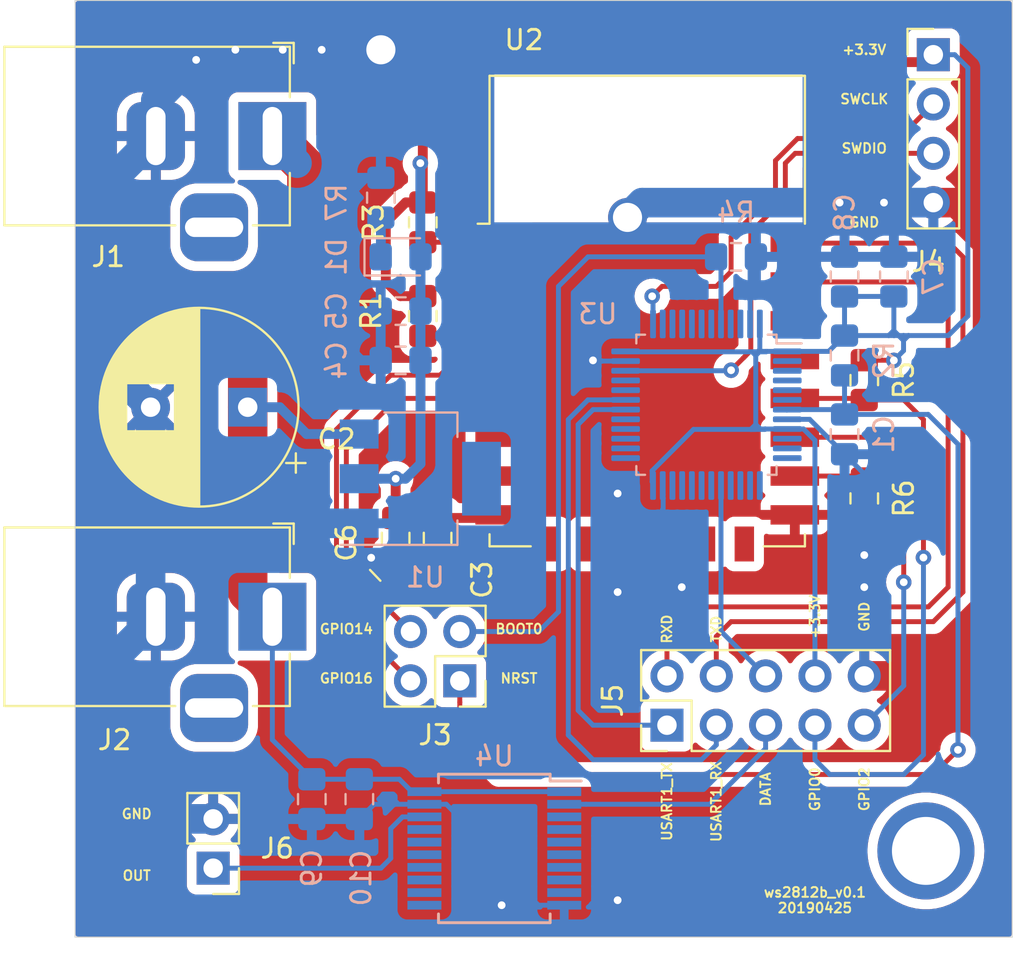
<source format=kicad_pcb>
(kicad_pcb (version 20221018) (generator pcbnew)
  (layers (0 "F.Cu" signal) (31 "B.Cu" signal) (34 "B.Paste" user) (35 "F.Paste" user) (36 "B.SilkS" user "B.Silkscreen") (37 "F.SilkS" user "F.Silkscreen") (38 "B.Mask" user) (39 "F.Mask" user) (44 "Edge.Cuts" user))
  (net 0 "")
  (net 1 "/NRST")
  (net 2 "0")
  (net 3 "+5V")
  (net 4 "+3V3")
  (net 5 "Net-(D1-Pad1)")
  (net 6 "/GPIO14")
  (net 7 "/BOOT0")
  (net 8 "/GPIO16")
  (net 9 "/SWDIO")
  (net 10 "/SWCLK")
  (net 11 "Net-(J6-Pad1)")
  (net 12 "/TXD")
  (net 13 "/RXD")
  (net 14 "Net-(R1-Pad2)")
  (net 15 "/GPIO0")
  (net 16 "/GPIO2")
  (net 17 "/USART1_TX")
  (net 18 "/USART1_RX")
  (net 19 "Net-(R3-Pad2)")
  (net 20 "Net-(R6-Pad1)")
  (net 21 "Net-(U2-Pad2)")
  (net 22 "Net-(U2-Pad6)")
  (net 23 "Net-(U2-Pad7)")
  (net 24 "Net-(U2-Pad9)")
  (net 25 "Net-(U2-Pad10)")
  (net 26 "Net-(U2-Pad11)")
  (net 27 "Net-(U2-Pad12)")
  (net 28 "Net-(U2-Pad13)")
  (net 29 "Net-(U2-Pad14)")
  (net 30 "Net-(U2-Pad19)")
  (net 31 "Net-(U2-Pad20)")
  (net 32 "Net-(U3-Pad2)")
  (net 33 "Net-(U3-Pad3)")
  (net 34 "Net-(U3-Pad4)")
  (net 35 "Net-(U3-Pad5)")
  (net 36 "Net-(U3-Pad6)")
  (net 37 "Net-(U3-Pad10)")
  (net 38 "Net-(U3-Pad11)")
  (net 39 "Net-(U3-Pad14)")
  (net 40 "Net-(U3-Pad15)")
  (net 41 "Net-(U3-Pad16)")
  (net 42 "Net-(U3-Pad18)")
  (net 43 "Net-(U3-Pad19)")
  (net 44 "Net-(U3-Pad20)")
  (net 45 "Net-(U3-Pad21)")
  (net 46 "Net-(U3-Pad22)")
  (net 47 "Net-(U3-Pad25)")
  (net 48 "Net-(U3-Pad26)")
  (net 49 "Net-(U3-Pad27)")
  (net 50 "Net-(U3-Pad28)")
  (net 51 "Net-(U3-Pad29)")
  (net 52 "Net-(U3-Pad32)")
  (net 53 "Net-(U3-Pad33)")
  (net 54 "Net-(U3-Pad38)")
  (net 55 "Net-(U3-Pad39)")
  (net 56 "Net-(U3-Pad40)")
  (net 57 "Net-(U3-Pad41)")
  (net 58 "Net-(U3-Pad42)")
  (net 59 "Net-(U3-Pad43)")
  (net 60 "Net-(U3-Pad45)")
  (net 61 "Net-(U3-Pad46)")
  (net 62 "Net-(U4-Pad3)")
  (net 63 "Net-(U4-Pad4)")
  (net 64 "Net-(U4-Pad5)")
  (net 65 "Net-(U4-Pad6)")
  (net 66 "Net-(U4-Pad7)")
  (net 67 "Net-(U4-Pad8)")
  (net 68 "Net-(U4-Pad9)")
  (net 69 "Net-(U4-Pad11)")
  (net 70 "Net-(U4-Pad12)")
  (net 71 "Net-(U4-Pad13)")
  (net 72 "Net-(U4-Pad14)")
  (net 73 "Net-(U4-Pad15)")
  (net 74 "Net-(U4-Pad16)")
  (net 75 "Net-(U4-Pad17)")
  (net 76 "Net-(U3-Pad12)")
  (net 77 "Net-(U3-Pad13)")
  (net 78 "/DATA_OUT")
  (net 79 "/DATA_IN")
  (footprint "Capacitor_SMD:C_0805_2012Metric_Pad1.15x1.40mm_HandSolder" (layer "F.Cu") (at 69.469 53.086 -90)
    (fp_text reference "C3")
    (fp_text value "10uF")
  )
  (footprint "Capacitor_SMD:C_0805_2012Metric_Pad1.15x1.40mm_HandSolder" (layer "F.Cu") (at 67.31 53.086 -90)
    (fp_text reference "C6")
    (fp_text value "0.1uF")
  )
  (footprint "Connector_BarrelJack:BarrelJack_Horizontal" (layer "F.Cu") (at 60.96 32.385)
    (fp_text reference "J1")
    (fp_text value "Jack-DC")
  )
  (footprint "Connector_BarrelJack:BarrelJack_Horizontal" (layer "F.Cu") (at 60.96 57.15)
    (fp_text reference "J2")
    (fp_text value "Jack-DC")
  )
  (footprint "Connector_PinHeader_2.54mm:PinHeader_2x02_P2.54mm_Vertical" (layer "F.Cu") (at 70.612 60.452 180)
    (fp_text reference "J3")
    (fp_text value "Conn_02x02_Top_Bottom")
  )
  (footprint "Connector_PinHeader_2.54mm:PinHeader_1x04_P2.54mm_Vertical" (layer "F.Cu") (at 94.996 28.194)
    (fp_text reference "J4")
    (fp_text value "Conn_01x04")
  )
  (footprint "Connector_PinHeader_2.54mm:PinHeader_1x02_P2.54mm_Vertical" (layer "F.Cu") (at 57.912 70.104 180)
    (fp_text reference "J6")
    (fp_text value "Conn_01x02")
  )
  (footprint "Resistor_SMD:R_0805_2012Metric_Pad1.15x1.40mm_HandSolder" (layer "F.Cu") (at 68.707 41.656 -90)
    (fp_text reference "R1")
    (fp_text value "10k")
  )
  (footprint "Resistor_SMD:R_0805_2012Metric_Pad1.15x1.40mm_HandSolder" (layer "F.Cu") (at 91.44 44.958 -90)
    (fp_text reference "R5")
    (fp_text value "10k")
  )
  (footprint "Resistor_SMD:R_0805_2012Metric_Pad1.15x1.40mm_HandSolder" (layer "F.Cu") (at 91.44 51.054 -90)
    (fp_text reference "R6")
    (fp_text value "10k")
  )
  (footprint "Capacitor_THT:CP_Radial_D10.0mm_P5.00mm" (layer "F.Cu") (at 59.69 46.355 180)
    (fp_text reference "C2")
    (fp_text value "470uF")
  )
  (footprint "RF_Module:ESP-12E" (layer "F.Cu") (at 80.264 41.402)
    (fp_text reference "U2")
    (fp_text value "ESP-12F")
  )
  (footprint "Connector_PinHeader_2.54mm:PinHeader_2x05_P2.54mm_Vertical" (layer "F.Cu") (at 81.28 62.738 90)
    (fp_text reference "J5")
    (fp_text value "Conn_02x05_Top_Bottom")
  )
  (footprint "Resistor_SMD:R_0805_2012Metric_Pad1.15x1.40mm_HandSolder" (layer "F.Cu") (at 68.707 36.83 -90)
    (fp_text reference "R3")
    (fp_text value "10k")
  )
  (footprint "Capacitor_SMD:C_0805_2012Metric_Pad1.15x1.40mm_HandSolder" (layer "B.Cu") (at 90.424 47.752 -90)
    (fp_text reference "C1")
    (fp_text value "0.1uF")
  )
  (footprint "Capacitor_SMD:C_0805_2012Metric_Pad1.15x1.40mm_HandSolder" (layer "B.Cu") (at 67.564 43.942 180)
    (fp_text reference "C4")
    (fp_text value "10uF")
  )
  (footprint "Capacitor_SMD:C_0805_2012Metric_Pad1.15x1.40mm_HandSolder" (layer "B.Cu") (at 92.964 39.624 90)
    (fp_text reference "C7")
    (fp_text value "10uF")
  )
  (footprint "Capacitor_SMD:C_0805_2012Metric_Pad1.15x1.40mm_HandSolder" (layer "B.Cu") (at 90.424 39.624 90)
    (fp_text reference "C8")
    (fp_text value "0.1uF")
  )
  (footprint "Capacitor_SMD:C_0805_2012Metric_Pad1.15x1.40mm_HandSolder" (layer "B.Cu") (at 62.992 66.548 -90)
    (fp_text reference "C9")
    (fp_text value "10uF")
  )
  (footprint "Capacitor_SMD:C_0805_2012Metric_Pad1.15x1.40mm_HandSolder" (layer "B.Cu") (at 65.438999 66.548 -90)
    (fp_text reference "C10")
    (fp_text value "0.1uF")
  )
  (footprint "LED_SMD:LED_0805_2012Metric_Pad1.15x1.40mm_HandSolder" (layer "B.Cu") (at 67.564 38.608)
    (fp_text reference "D1")
    (fp_text value "LED")
  )
  (footprint "Resistor_SMD:R_0805_2012Metric_Pad1.15x1.40mm_HandSolder" (layer "B.Cu") (at 90.424 43.688 -90)
    (fp_text reference "R2")
    (fp_text value "10K")
  )
  (footprint "Resistor_SMD:R_0805_2012Metric_Pad1.15x1.40mm_HandSolder" (layer "B.Cu") (at 84.836 38.608)
    (fp_text reference "R4")
    (fp_text value "10k")
  )
  (footprint "Resistor_SMD:R_0805_2012Metric_Pad1.15x1.40mm_HandSolder" (layer "B.Cu") (at 66.548 35.56 90)
    (fp_text reference "R7")
    (fp_text value "10k")
  )
  (footprint "Package_TO_SOT_SMD:SOT-223" (layer "B.Cu") (at 68.58 50.038)
    (fp_text reference "U1")
    (fp_text value "AMS1117-3.3")
  )
  (footprint "Package_QFP:LQFP-48_7x7mm_P0.5mm" (layer "B.Cu") (at 83.312 46.228 180)
    (fp_text reference "U3")
    (fp_text value "STM32F103C8Tx")
  )
  (footprint "Package_SO:SSOP-20_5.3x7.2mm_P0.65mm" (layer "B.Cu") (at 72.39 69.088 180)
    (fp_text reference "U4")
    (fp_text value "74HC245")
  )
  (footprint "Capacitor_SMD:C_0805_2012Metric_Pad1.15x1.40mm_HandSolder" (layer "B.Cu") (at 67.564 41.402 180)
    (fp_text reference "C5")
    (fp_text value "0.1uf")
  )
  (gr_line (start 66.5226 55.2958) (end 65.9892 54.737) (stroke (width 0.12)) (layer "F.SilkS"))
  (gr_line (start 99.06 25.4) (end 50.8 25.4) (stroke (width 0.05)) (layer "Edge.Cuts"))
  (gr_line (start 99.06 73.66) (end 99.06 25.4) (stroke (width 0.05)) (layer "Edge.Cuts"))
  (gr_line (start 50.8 25.4) (end 50.8 73.66) (stroke (width 0.05)) (layer "Edge.Cuts"))
  (gr_line (start 50.8 73.66) (end 99.06 73.66) (stroke (width 0.05)) (layer "Edge.Cuts"))
  (gr_text "ws2812b_v0.1\n20190425" (at 88.9 71.755) (layer "F.SilkS") (effects (font (size 0.5 0.5) (thickness 0.1))))
  (gr_text "USART1_RX" (at 83.82 66.675 90) (layer "F.SilkS") (effects (font (size 0.5 0.5) (thickness 0.1))))
  (gr_text "SWDIO" (at 91.44 33.02) (layer "F.SilkS") (effects (font (size 0.5 0.5) (thickness 0.1))))
  (gr_text "RXD" (at 81.28 57.785 90) (layer "F.SilkS") (effects (font (size 0.5 0.5) (thickness 0.1))))
  (gr_text "OUT" (at 53.975 70.485) (layer "F.SilkS") (effects (font (size 0.5 0.5) (thickness 0.1))))
  (gr_text "+3.3V" (at 91.44 27.94) (layer "F.SilkS") (effects (font (size 0.5 0.5) (thickness 0.1))))
  (gr_text "TXD" (at 83.82 57.785 90) (layer "F.SilkS") (effects (font (size 0.5 0.5) (thickness 0.1))))
  (gr_text "USART1_TX" (at 81.28 66.675 90) (layer "F.SilkS") (effects (font (size 0.5 0.5) (thickness 0.1))))
  (gr_text "GND" (at 91.44 57.15 90) (layer "F.SilkS") (effects (font (size 0.5 0.5) (thickness 0.1))))
  (gr_text "SWCLK" (at 91.44 30.48) (layer "F.SilkS") (effects (font (size 0.5 0.5) (thickness 0.1))))
  (gr_text "GND" (at 53.975 67.31) (layer "F.SilkS") (effects (font (size 0.5 0.5) (thickness 0.1))))
  (gr_text "DATA" (at 86.36 66.04 90) (layer "F.SilkS") (effects (font (size 0.5 0.5) (thickness 0.1))))
  (gr_text "GPIO16" (at 64.77 60.325) (layer "F.SilkS") (effects (font (size 0.5 0.5) (thickness 0.1))))
  (gr_text "+3.3V" (at 88.9 57.15 90) (layer "F.SilkS") (effects (font (size 0.5 0.5) (thickness 0.1))))
  (gr_text "BOOT0" (at 73.66 57.785) (layer "F.SilkS") (effects (font (size 0.5 0.5) (thickness 0.1))))
  (gr_text "GND" (at 91.44 36.83) (layer "F.SilkS") (effects (font (size 0.5 0.5) (thickness 0.1))))
  (gr_text "GPIO0" (at 88.9 66.04 90) (layer "F.SilkS") (effects (font (size 0.5 0.5) (thickness 0.1))))
  (gr_text "GPIO2" (at 91.44 66.04 90) (layer "F.SilkS") (effects (font (size 0.5 0.5) (thickness 0.1))))
  (gr_text "GPIO14" (at 64.77 57.785) (layer "F.SilkS") (effects (font (size 0.5 0.5) (thickness 0.1))))
  (gr_text "NRST" (at 73.66 60.325) (layer "F.SilkS") (effects (font (size 0.5 0.5) (thickness 0.1))))
  (segment (start 66.548 55.2704) (end 66.4972 55.2704) (width 0.254) (layer "F.Cu") (net 0))
  (via (at 94.615 69.215) (size 5) (drill 3.5) (layers "F.Cu" "B.Cu") (net 0))
  (segment (start 96.266 64.008) (end 96.266 64.008) (width 0.254) (layer "F.Cu") (net 1))
  (segment (start 72.644 65.278) (end 94.996 65.278) (width 0.254) (layer "F.Cu") (net 1))
  (segment (start 70.612 60.452) (end 70.612 61.556) (width 0.254) (layer "F.Cu") (net 1))
  (segment (start 70.612 63.246) (end 72.644 65.278) (width 0.254) (layer "F.Cu") (net 1))
  (segment (start 70.612 61.556) (end 70.612 63.246) (width 0.254) (layer "F.Cu") (net 1))
  (segment (start 94.996 65.278) (end 96.266 64.008) (width 0.254) (layer "F.Cu") (net 1))
  (via (at 96.266 64.008) (size 0.8) (drill 0.4) (layers "F.Cu" "B.Cu") (net 1))
  (segment (start 87.45151 46.50099) (end 87.4745 46.478) (width 0.254) (layer "B.Cu") (net 1))
  (segment (start 90.424 44.713) (end 90.424 46.727) (width 0.254) (layer "B.Cu") (net 1))
  (segment (start 96.266 64.008) (end 96.266 48.26) (width 0.254) (layer "B.Cu") (net 1))
  (segment (start 90.175 46.478) (end 90.424 46.727) (width 0.254) (layer "B.Cu") (net 1))
  (segment (start 96.266 48.26) (end 94.733 46.727) (width 0.254) (layer "B.Cu") (net 1))
  (segment (start 94.733 46.727) (end 90.424 46.727) (width 0.254) (layer "B.Cu") (net 1))
  (segment (start 87.4745 46.478) (end 90.175 46.478) (width 0.254) (layer "B.Cu") (net 1))
  (segment (start 77.47 43.942) (end 77.47 43.942) (width 0.254) (layer "F.Cu") (net 2))
  (segment (start 91.44 53.975) (end 91.44 52.079) (width 0.254) (layer "F.Cu") (net 2))
  (segment (start 96.198081 35.814) (end 94.996 35.814) (width 1.524) (layer "F.Cu") (net 2))
  (segment (start 78.248001 37.575999) (end 76.962 38.862) (width 0.254) (layer "F.Cu") (net 2))
  (segment (start 87.864 51.902) (end 91.263 51.902) (width 0.254) (layer "F.Cu") (net 2))
  (segment (start 68.698 54.102) (end 68.707 54.111) (width 0.508) (layer "F.Cu") (net 2))
  (segment (start 91.44 60.198) (end 95.25 60.198) (width 1.524) (layer "F.Cu") (net 2))
  (segment (start 91.44 54.61) (end 91.44 55.626) (width 0.254) (layer "F.Cu") (net 2))
  (segment (start 79.248 36.576) (end 78.248001 37.575999) (width 0.254) (layer "F.Cu") (net 2))
  (segment (start 95.25 60.198) (end 97.79 57.658) (width 1.524) (layer "F.Cu") (net 2))
  (segment (start 91.44 54.61) (end 91.44 53.975) (width 0.254) (layer "F.Cu") (net 2))
  (segment (start 76.962 43.434) (end 77.47 43.942) (width 0.254) (layer "F.Cu") (net 2))
  (segment (start 82.042 55.626) (end 91.44 55.626) (width 0.254) (layer "F.Cu") (net 2))
  (segment (start 67.31 54.111) (end 66.049 54.111) (width 0.508) (layer "F.Cu") (net 2))
  (segment (start 97.79 57.658) (end 97.79 37.405919) (width 1.524) (layer "F.Cu") (net 2))
  (segment (start 97.79 37.405919) (end 96.198081 35.814) (width 1.524) (layer "F.Cu") (net 2))
  (segment (start 67.31 54.111) (end 69.469 54.111) (width 0.508) (layer "F.Cu") (net 2))
  (segment (start 91.263 51.902) (end 91.44 52.079) (width 0.254) (layer "F.Cu") (net 2))
  (segment (start 76.962 38.862) (end 76.962 43.434) (width 0.254) (layer "F.Cu") (net 2))
  (via (at 91.44 53.975) (size 0.8) (drill 0.4) (layers "F.Cu" "B.Cu") (net 2))
  (via (at 61.4934 27.94) (size 0.8) (drill 0.4) (layers "F.Cu" "B.Cu") (net 2))
  (via (at 77.47 43.942) (size 0.8) (drill 0.4) (layers "F.Cu" "B.Cu") (net 2))
  (via (at 78.74 50.8) (size 0.8) (drill 0.4) (layers "F.Cu" "B.Cu") (net 2))
  (via (at 91.44 55.626) (size 0.8) (drill 0.4) (layers "F.Cu" "B.Cu") (net 2))
  (via (at 82.042 55.626) (size 0.8) (drill 0.4) (layers "F.Cu" "B.Cu") (net 2))
  (via (at 79.248 36.576) (size 2) (drill 1.5) (layers "F.Cu" "B.Cu") (net 2))
  (via (at 78.74 71.755) (size 0.8) (drill 0.4) (layers "F.Cu" "B.Cu") (net 2))
  (via (at 66.548 27.94) (size 2) (drill 1.5) (layers "F.Cu" "B.Cu") (net 2))
  (via (at 92.456 35.814) (size 0.8) (drill 0.4) (layers "F.Cu" "B.Cu") (net 2))
  (via (at 57.035 28.46) (size 0.8) (drill 0.4) (layers "F.Cu" "B.Cu") (net 2))
  (via (at 72.767 72.013) (size 0.8) (drill 0.4) (layers "F.Cu" "B.Cu") (net 2))
  (via (at 90.17 35.814) (size 0.8) (drill 0.4) (layers "F.Cu" "B.Cu") (net 2))
  (via (at 63.5 27.94) (size 0.8) (drill 0.4) (layers "F.Cu" "B.Cu") (net 2))
  (via (at 59.055 27.94) (size 0.8) (drill 0.4) (layers "F.Cu" "B.Cu") (net 2))
  (via (at 78.74 55.88) (size 0.8) (drill 0.4) (layers "F.Cu" "B.Cu") (net 2))
  (via (at 66.049 54.111) (size 0.8) (drill 0.4) (layers "F.Cu" "B.Cu") (net 2))
  (segment (start 72.767 72.013) (end 75.99 72.013) (width 0.254) (layer "B.Cu") (net 2))
  (segment (start 66.548 27.94) (end 89.408 27.94) (width 1.524) (layer "B.Cu") (net 2))
  (segment (start 82.042 55.626) (end 82.042 55.626) (width 0.254) (layer "B.Cu") (net 2))
  (segment (start 79.248 36.576) (end 79.248 36.576) (width 1.524) (layer "B.Cu") (net 2))
  (segment (start 63.6016 27.94) (end 66.548 27.94) (width 1.524) (layer "B.Cu") (net 2))
  (segment (start 61.4934 27.94) (end 63.5 27.94) (width 1.524) (layer "B.Cu") (net 2))
  (segment (start 59.436 27.94) (end 61.4934 27.94) (width 1.524) (layer "B.Cu") (net 2))
  (segment (start 57.162 28.333) (end 57.555 27.94) (width 1.524) (layer "B.Cu") (net 2))
  (segment (start 56.019 29.476) (end 57.035 28.46) (width 1.524) (layer "B.Cu") (net 2))
  (segment (start 63.5 27.94) (end 63.6016 27.94) (width 1.524) (layer "B.Cu") (net 2))
  (segment (start 61.4934 27.94) (end 61.4934 27.94) (width 1.524) (layer "B.Cu") (net 2))
  (segment (start 59.055 27.94) (end 59.436 27.94) (width 1.524) (layer "B.Cu") (net 2))
  (segment (start 57.035 28.46) (end 57.162 28.333) (width 1.524) (layer "B.Cu") (net 2))
  (segment (start 55.4475 30.0475) (end 56.019 29.476) (width 1.524) (layer "B.Cu") (net 2))
  (segment (start 92.456 35.814) (end 89.408 35.814) (width 1.524) (layer "B.Cu") (net 2))
  (segment (start 90.17 35.814) (end 91.44 34.544) (width 1.524) (layer "B.Cu") (net 2))
  (segment (start 54.69 46.355) (end 54.69 51.228) (width 1.524) (layer "B.Cu") (net 2))
  (segment (start 89.408 35.814) (end 80.01 35.814) (width 1.524) (layer "B.Cu") (net 2))
  (segment (start 54.69 56.88) (end 54.96 57.15) (width 1.524) (layer "B.Cu") (net 2))
  (segment (start 55.8 52.338) (end 54.69 51.228) (width 1.524) (layer "B.Cu") (net 2))
  (segment (start 54.96 30.535) (end 55.4475 30.0475) (width 1.524) (layer "B.Cu") (net 2))
  (segment (start 85.562 42.0655) (end 85.562 38.907) (width 0.254) (layer "B.Cu") (net 2))
  (segment (start 53.086 59.024) (end 53.086 66.294) (width 1.524) (layer "B.Cu") (net 2))
  (segment (start 54.96 57.15) (end 53.086 59.024) (width 1.524) (layer "B.Cu") (net 2))
  (segment (start 54.96 32.385) (end 54.96 30.535) (width 1.524) (layer "B.Cu") (net 2))
  (segment (start 52.832 34.513) (end 54.96 32.385) (width 1.524) (layer "B.Cu") (net 2))
  (segment (start 65.795 54.111) (end 65.43 53.746) (width 0.508) (layer "B.Cu") (net 2))
  (segment (start 88.625 46.978) (end 90.424 48.777) (width 0.254) (layer "B.Cu") (net 2))
  (segment (start 71.251 72.013) (end 72.767 72.013) (width 0.254) (layer "B.Cu") (net 2))
  (segment (start 65.532 43.942) (end 66.539 43.942) (width 0.508) (layer "B.Cu") (net 2))
  (segment (start 52.832 44.497) (end 52.832 34.513) (width 1.524) (layer "B.Cu") (net 2))
  (segment (start 81.062 51.018) (end 81.08499 51.04099) (width 0.254) (layer "B.Cu") (net 2))
  (segment (start 89.408 35.814) (end 90.17 35.814) (width 1.524) (layer "B.Cu") (net 2))
  (segment (start 65.43 53.746) (end 65.43 53.188) (width 0.508) (layer "B.Cu") (net 2))
  (segment (start 54.69 52.404) (end 54.756 52.338) (width 1.524) (layer "B.Cu") (net 2))
  (segment (start 81.062 50.3905) (end 81.062 51.018) (width 0.254) (layer "B.Cu") (net 2))
  (segment (start 54.69 53.514) (end 54.69 56.88) (width 1.524) (layer "B.Cu") (net 2))
  (segment (start 77.506 43.978) (end 79.1495 43.978) (width 0.254) (layer "B.Cu") (net 2))
  (segment (start 91.44 29.972) (end 91.44 34.544) (width 1.524) (layer "B.Cu") (net 2))
  (segment (start 54.69 46.355) (end 52.832 44.497) (width 1.524) (layer "B.Cu") (net 2))
  (segment (start 68.79 66.813) (end 69.919 66.813) (width 0.254) (layer "B.Cu") (net 2))
  (segment (start 54.756 52.338) (end 55.866 52.338) (width 1.524) (layer "B.Cu") (net 2))
  (segment (start 69.919 66.813) (end 70.612 67.506) (width 0.254) (layer "B.Cu") (net 2))
  (segment (start 94.996 35.814) (end 92.456 35.814) (width 1.524) (layer "B.Cu") (net 2))
  (segment (start 92.71 35.814) (end 94.996 35.814) (width 1.524) (layer "B.Cu") (net 2))
  (segment (start 66.539 43.942) (end 66.539 41.402) (width 0.508) (layer "B.Cu") (net 2))
  (segment (start 57.555 27.94) (end 59.055 27.94) (width 1.524) (layer "B.Cu") (net 2))
  (segment (start 81.062 50.836) (end 81.08499 50.85899) (width 0.254) (layer "B.Cu") (net 2))
  (segment (start 89.408 27.94) (end 91.44 29.972) (width 1.524) (layer "B.Cu") (net 2))
  (segment (start 64.516 35.767) (end 64.516 42.926) (width 0.508) (layer "B.Cu") (net 2))
  (segment (start 65.429999 67.564) (end 65.438999 67.573) (width 0.508) (layer "B.Cu") (net 2))
  (segment (start 81.062 50.3905) (end 81.062 50.836) (width 0.254) (layer "B.Cu") (net 2))
  (segment (start 85.562 38.907) (end 85.861 38.608) (width 0.254) (layer "B.Cu") (net 2))
  (segment (start 94.996 38.1) (end 94.996 35.814) (width 0.508) (layer "B.Cu") (net 2))
  (segment (start 94.488 38.608) (end 94.996 38.1) (width 0.508) (layer "B.Cu") (net 2))
  (segment (start 65.43 53.188) (end 65.43 52.338) (width 0.508) (layer "B.Cu") (net 2))
  (segment (start 55.866 52.338) (end 55.8 52.338) (width 1.524) (layer "B.Cu") (net 2))
  (segment (start 91.44 34.544) (end 92.71 35.814) (width 1.524) (layer "B.Cu") (net 2))
  (segment (start 90.424 48.777) (end 91.44 49.793) (width 0.254) (layer "B.Cu") (net 2))
  (segment (start 55.866 52.338) (end 54.69 53.514) (width 1.524) (layer "B.Cu") (net 2))
  (segment (start 91.44 58.995919) (end 91.44 60.198) (width 0.254) (layer "B.Cu") (net 2))
  (segment (start 54.69 51.228) (end 54.69 52.404) (width 1.524) (layer "B.Cu") (net 2))
  (segment (start 87.4745 46.978) (end 88.625 46.978) (width 0.254) (layer "B.Cu") (net 2))
  (segment (start 80.01 35.814) (end 79.248 36.576) (width 1.524) (layer "B.Cu") (net 2))
  (segment (start 57.912 67.564) (end 65.429999 67.564) (width 0.508) (layer "B.Cu") (net 2))
  (segment (start 64.516 42.926) (end 65.532 43.942) (width 0.508) (layer "B.Cu") (net 2))
  (segment (start 66.548 34.535) (end 66.548 27.94) (width 0.508) (layer "B.Cu") (net 2))
  (segment (start 54.356 67.564) (end 57.912 67.564) (width 1.524) (layer "B.Cu") (net 2))
  (segment (start 70.612 71.374) (end 71.251 72.013) (width 0.254) (layer "B.Cu") (net 2))
  (segment (start 90.17 35.814) (end 90.17 35.814) (width 1.524) (layer "B.Cu") (net 2))
  (segment (start 81.08499 54.66899) (end 82.042 55.626) (width 0.254) (layer "B.Cu") (net 2))
  (segment (start 77.47 43.942) (end 77.506 43.978) (width 0.254) (layer "B.Cu") (net 2))
  (segment (start 66.198999 66.813) (end 65.438999 67.573) (width 0.254) (layer "B.Cu") (net 2))
  (segment (start 81.08499 51.04099) (end 81.08499 54.66899) (width 0.254) (layer "B.Cu") (net 2))
  (segment (start 85.861 38.608) (end 94.488 38.608) (width 0.508) (layer "B.Cu") (net 2))
  (segment (start 70.612 67.506) (end 70.612 71.374) (width 0.254) (layer "B.Cu") (net 2))
  (segment (start 68.79 66.813) (end 66.198999 66.813) (width 0.254) (layer "B.Cu") (net 2))
  (segment (start 54.69 52.404) (end 54.69 53.514) (width 1.524) (layer "B.Cu") (net 2))
  (segment (start 66.049 54.111) (end 65.795 54.111) (width 0.508) (layer "B.Cu") (net 2))
  (segment (start 55.866 52.338) (end 65.43 52.338) (width 1.524) (layer "B.Cu") (net 2))
  (segment (start 53.086 66.294) (end 54.356 67.564) (width 1.524) (layer "B.Cu") (net 2))
  (segment (start 91.44 49.793) (end 91.44 58.995919) (width 0.254) (layer "B.Cu") (net 2))
  (segment (start 65.748 34.535) (end 64.516 35.767) (width 0.508) (layer "B.Cu") (net 2))
  (segment (start 66.548 34.535) (end 65.748 34.535) (width 0.508) (layer "B.Cu") (net 2))
  (segment (start 62.738 40.275) (end 59.69 43.323) (width 2.032) (layer "F.Cu") (net 3))
  (segment (start 59.69 46.355) (end 59.69 55.88) (width 2.032) (layer "F.Cu") (net 3))
  (segment (start 62.738 34.036) (end 62.738 40.275) (width 2.032) (layer "F.Cu") (net 3))
  (segment (start 59.69 43.323) (end 59.69 46.355) (width 2.032) (layer "F.Cu") (net 3))
  (segment (start 59.69 55.88) (end 60.96 57.15) (width 2.032) (layer "F.Cu") (net 3))
  (segment (start 61.087 32.385) (end 62.738 34.036) (width 2.032) (layer "F.Cu") (net 3))
  (segment (start 60.96 32.385) (end 61.087 32.385) (width 2.032) (layer "F.Cu") (net 3))
  (segment (start 62.724 47.738) (end 65.43 47.738) (width 0.508) (layer "B.Cu") (net 3))
  (segment (start 69.465 66.163) (end 75.99 66.163) (width 0.254) (layer "B.Cu") (net 3))
  (segment (start 60.96 32.512) (end 62.23 33.782) (width 1.524) (layer "B.Cu") (net 3))
  (segment (start 62.992 65.523) (end 65.438999 65.523) (width 0.254) (layer "B.Cu") (net 3))
  (segment (start 67.5 65.523) (end 68.14 66.163) (width 0.254) (layer "B.Cu") (net 3))
  (segment (start 61.341 46.355) (end 62.724 47.738) (width 0.508) (layer "B.Cu") (net 3))
  (segment (start 68.14 66.163) (end 68.79 66.163) (width 0.254) (layer "B.Cu") (net 3))
  (segment (start 61.976 58.166) (end 60.96 57.15) (width 0.254) (layer "B.Cu") (net 3))
  (segment (start 65.438999 65.523) (end 67.5 65.523) (width 0.254) (layer "B.Cu") (net 3))
  (segment (start 60.96 63.491) (end 62.992 65.523) (width 0.254) (layer "B.Cu") (net 3))
  (segment (start 59.69 46.355) (end 61.341 46.355) (width 0.508) (layer "B.Cu") (net 3))
  (segment (start 68.79 66.163) (end 69.465 66.163) (width 0.254) (layer "B.Cu") (net 3))
  (segment (start 60.96 57.15) (end 60.96 63.491) (width 0.254) (layer "B.Cu") (net 3))
  (segment (start 60.96 32.385) (end 60.96 32.512) (width 1.524) (layer "B.Cu") (net 3))
  (segment (start 67.31 50.038) (end 67.31 52.061) (width 0.508) (layer "F.Cu") (net 4))
  (segment (start 68.707 35.805) (end 68.707 30.353) (width 0.508) (layer "F.Cu") (net 4))
  (segment (start 67.31 52.061) (end 72.505 52.061) (width 0.508) (layer "F.Cu") (net 4))
  (segment (start 92.955 43.933) (end 92.964 43.942) (width 0.254) (layer "F.Cu") (net 4))
  (segment (start 70.485 28.575) (end 94.615 28.575) (width 0.508) (layer "F.Cu") (net 4))
  (segment (start 67.827 35.805) (end 68.707 35.805) (width 0.508) (layer "F.Cu") (net 4))
  (segment (start 67.31 52.061) (end 67.31 51.386) (width 0.254) (layer "F.Cu") (net 4))
  (segment (start 72.505 52.061) (end 72.664 51.902) (width 0.508) (layer "F.Cu") (net 4))
  (segment (start 66.802 36.83) (end 67.827 35.805) (width 0.508) (layer "F.Cu") (net 4))
  (segment (start 91.44 43.933) (end 92.955 43.933) (width 0.254) (layer "F.Cu") (net 4))
  (segment (start 68.707 40.631) (end 67.555 40.631) (width 0.508) (layer "F.Cu") (net 4))
  (segment (start 66.802 39.878) (end 66.802 36.83) (width 0.508) (layer "F.Cu") (net 4))
  (segment (start 94.615 28.575) (end 94.996 28.194) (width 0.508) (layer "F.Cu") (net 4))
  (segment (start 68.707 30.353) (end 70.485 28.575) (width 0.508) (layer "F.Cu") (net 4))
  (segment (start 67.555 40.631) (end 66.802 39.878) (width 0.508) (layer "F.Cu") (net 4))
  (via (at 67.31 50.038) (size 0.8) (drill 0.4) (layers "F.Cu" "B.Cu") (net 4))
  (via (at 68.58 33.782) (size 0.8) (drill 0.4) (layers "F.Cu" "B.Cu") (net 4))
  (via (at 92.964 43.942) (size 0.8) (drill 0.4) (layers "F.Cu" "B.Cu") (net 4))
  (segment (start 92.964 43.942) (end 92.964 43.942) (width 0.254) (layer "B.Cu") (net 4))
  (segment (start 68.58 33.782) (end 68.58 33.782) (width 0.508) (layer "B.Cu") (net 4))
  (segment (start 85.852 43.688) (end 85.66499 43.50099) (width 0.254) (layer "B.Cu") (net 4))
  (segment (start 80.518 50.204) (end 80.562 50.248) (width 0.254) (layer "B.Cu") (net 4))
  (segment (start 66.859685 50.038) (end 66.684 50.038) (width 0.254) (layer "B.Cu") (net 4))
  (segment (start 85.598 47.498) (end 82.648472 47.498) (width 0.254) (layer "B.Cu") (net 4))
  (segment (start 85.66499 43.50099) (end 86.03901 43.50099) (width 0.254) (layer "B.Cu") (net 4))
  (segment (start 92.964 42.418) (end 92.964 40.649) (width 0.254) (layer "B.Cu") (net 4))
  (segment (start 86.38101 43.50099) (end 86.404 43.478) (width 0.254) (layer "B.Cu") (net 4))
  (segment (start 92.701 42.663) (end 92.973 42.663) (width 0.254) (layer "B.Cu") (net 4))
  (segment (start 89.609 43.478) (end 90.424 42.663) (width 0.254) (layer "B.Cu") (net 4))
  (segment (start 79.31499 43.50099) (end 85.53101 43.50099) (width 0.254) (layer "B.Cu") (net 4))
  (segment (start 92.964 42.418) (end 93.209 42.663) (width 0.254) (layer "B.Cu") (net 4))
  (segment (start 92.964 42.654) (end 92.964 42.418) (width 0.254) (layer "B.Cu") (net 4))
  (segment (start 93.717 42.663) (end 95.767 42.663) (width 0.254) (layer "B.Cu") (net 4))
  (segment (start 92.964 42.418) (end 92.946 42.418) (width 0.254) (layer "B.Cu") (net 4))
  (segment (start 87.4745 47.478) (end 88.312 47.478) (width 0.254) (layer "B.Cu") (net 4))
  (segment (start 86.062 43.478) (end 86.062 43.39) (width 0.254) (layer "B.Cu") (net 4))
  (segment (start 93.463 42.663) (end 93.717 42.663) (width 0.254) (layer "B.Cu") (net 4))
  (segment (start 95.767 42.663) (end 96.774 41.656) (width 0.254) (layer "B.Cu") (net 4))
  (segment (start 65.43 50.038) (end 67.056 50.038) (width 0.508) (layer "B.Cu") (net 4))
  (segment (start 67.945 49.911) (end 68.589 49.267) (width 0.508) (layer "B.Cu") (net 4))
  (segment (start 87.4745 43.478) (end 89.609 43.478) (width 0.254) (layer "B.Cu") (net 4))
  (segment (start 85.598 47.498) (end 85.852 47.244) (width 0.254) (layer "B.Cu") (net 4))
  (segment (start 86.062 43.39) (end 86.062 42.0655) (width 0.254) (layer "B.Cu") (net 4))
  (segment (start 80.518 49.628472) (end 80.518 50.204) (width 0.254) (layer "B.Cu") (net 4))
  (segment (start 79.292 43.478) (end 79.31499 43.50099) (width 0.254) (layer "B.Cu") (net 4))
  (segment (start 96.774 28.868) (end 96.1 28.194) (width 0.254) (layer "B.Cu") (net 4))
  (segment (start 68.589 37.808) (end 68.58 37.799) (width 0.508) (layer "B.Cu") (net 4))
  (segment (start 93.463 42.935) (end 93.463 43.443) (width 0.254) (layer "B.Cu") (net 4))
  (segment (start 87.4745 47.478) (end 86.34 47.478) (width 0.254) (layer "B.Cu") (net 4))
  (segment (start 93.463 43.443) (end 92.964 43.942) (width 0.254) (layer "B.Cu") (net 4))
  (segment (start 86.086 47.478) (end 85.852 47.244) (width 0.254) (layer "B.Cu") (net 4))
  (segment (start 96.774 41.656) (end 96.774 28.868) (width 0.254) (layer "B.Cu") (net 4))
  (segment (start 85.852 43.688) (end 86.03901 43.50099) (width 0.254) (layer "B.Cu") (net 4))
  (segment (start 96.1 28.194) (end 94.996 28.194) (width 0.254) (layer "B.Cu") (net 4))
  (segment (start 90.424 40.649) (end 90.424 42.663) (width 0.254) (layer "B.Cu") (net 4))
  (segment (start 85.852 47.498) (end 85.598 47.498) (width 0.254) (layer "B.Cu") (net 4))
  (segment (start 86.03901 43.50099) (end 86.38101 43.50099) (width 0.254) (layer "B.Cu") (net 4))
  (segment (start 90.424 40.649) (end 92.964 40.649) (width 0.254) (layer "B.Cu") (net 4))
  (segment (start 68.589 38.608) (end 68.589 41.402) (width 0.508) (layer "B.Cu") (net 4))
  (segment (start 92.946 42.418) (end 92.701 42.663) (width 0.254) (layer "B.Cu") (net 4))
  (segment (start 88.9 48.066) (end 88.9 60.198) (width 0.254) (layer "B.Cu") (net 4))
  (segment (start 85.53101 43.50099) (end 85.66499 43.50099) (width 0.254) (layer "B.Cu") (net 4))
  (segment (start 66.548 50.038) (end 65.43 50.038) (width 0.508) (layer "B.Cu") (net 4))
  (segment (start 86.404 43.478) (end 87.4745 43.478) (width 0.254) (layer "B.Cu") (net 4))
  (segment (start 92.973 42.663) (end 93.209 42.663) (width 0.254) (layer "B.Cu") (net 4))
  (segment (start 85.598 47.498) (end 86.32 47.498) (width 0.254) (layer "B.Cu") (net 4))
  (segment (start 93.463 42.917) (end 93.717 42.663) (width 0.254) (layer "B.Cu") (net 4))
  (segment (start 68.589 49.267) (end 68.589 43.942) (width 0.508) (layer "B.Cu") (net 4))
  (segment (start 86.34 47.478) (end 86.086 47.478) (width 0.254) (layer "B.Cu") (net 4))
  (segment (start 88.312 47.478) (end 88.9 48.066) (width 0.254) (layer "B.Cu") (net 4))
  (segment (start 85.852 47.244) (end 85.852 43.688) (width 0.254) (layer "B.Cu") (net 4))
  (segment (start 68.589 43.942) (end 68.589 41.402) (width 0.508) (layer "B.Cu") (net 4))
  (segment (start 67.818 50.038) (end 67.945 49.911) (width 0.508) (layer "B.Cu") (net 4))
  (segment (start 66.684 50.038) (end 65.43 50.038) (width 0.254) (layer "B.Cu") (net 4))
  (segment (start 85.66499 43.50099) (end 85.95101 43.50099) (width 0.254) (layer "B.Cu") (net 4))
  (segment (start 85.95101 43.50099) (end 86.062 43.39) (width 0.254) (layer "B.Cu") (net 4))
  (segment (start 93.463 42.663) (end 93.463 42.935) (width 0.254) (layer "B.Cu") (net 4))
  (segment (start 93.463 42.935) (end 93.463 42.917) (width 0.254) (layer "B.Cu") (net 4))
  (segment (start 93.209 42.663) (end 93.463 42.663) (width 0.254) (layer "B.Cu") (net 4))
  (segment (start 68.58 37.799) (end 68.58 33.782) (width 0.508) (layer "B.Cu") (net 4))
  (segment (start 92.973 42.663) (end 92.964 42.654) (width 0.254) (layer "B.Cu") (net 4))
  (segment (start 86.32 47.498) (end 86.34 47.478) (width 0.254) (layer "B.Cu") (net 4))
  (segment (start 93.463 42.917) (end 93.209 42.663) (width 0.254) (layer "B.Cu") (net 4))
  (segment (start 82.648472 47.498) (end 80.518 49.628472) (width 0.254) (layer "B.Cu") (net 4))
  (segment (start 80.562 50.248) (end 80.562 50.3905) (width 0.254) (layer "B.Cu") (net 4))
  (segment (start 90.424 42.663) (end 92.701 42.663) (width 0.254) (layer "B.Cu") (net 4))
  (segment (start 67.564 50.038) (end 67.818 50.038) (width 0.508) (layer "B.Cu") (net 4))
  (segment (start 86.062 43.478) (end 86.404 43.478) (width 0.254) (layer "B.Cu") (net 4))
  (segment (start 68.589 38.608) (end 68.589 37.808) (width 0.508) (layer "B.Cu") (net 4))
  (segment (start 67.056 50.038) (end 67.564 50.038) (width 0.508) (layer "B.Cu") (net 4))
  (segment (start 66.548 36.585) (end 66.548 38.599) (width 0.508) (layer "B.Cu") (net 5))
  (segment (start 66.548 38.599) (end 66.539 38.608) (width 0.508) (layer "B.Cu") (net 5))
  (segment (start 64.77 54.61) (end 64.77 48.514) (width 0.254) (layer "F.Cu") (net 6))
  (segment (start 67.382 45.902) (end 72.664 45.902) (width 0.254) (layer "F.Cu") (net 6))
  (segment (start 64.77 48.514) (end 67.382 45.902) (width 0.254) (layer "F.Cu") (net 6))
  (segment (start 68.072 57.912) (end 64.77 54.61) (width 0.254) (layer "F.Cu") (net 6))
  (segment (start 77.216 38.608) (end 83.811 38.608) (width 0.254) (layer "B.Cu") (net 7))
  (segment (start 70.612 57.912) (end 74.676 57.912) (width 0.254) (layer "B.Cu") (net 7))
  (segment (start 75.692 40.132) (end 77.216 38.608) (width 0.254) (layer "B.Cu") (net 7))
  (segment (start 74.676 57.912) (end 75.692 56.896) (width 0.254) (layer "B.Cu") (net 7))
  (segment (start 84.062 38.859) (end 83.811 38.608) (width 0.254) (layer "B.Cu") (net 7))
  (segment (start 84.062 42.0655) (end 84.062 38.859) (width 0.254) (layer "B.Cu") (net 7))
  (segment (start 75.692 56.896) (end 75.692 40.132) (width 0.254) (layer "B.Cu") (net 7))
  (segment (start 72.664 43.902) (end 70.398 43.902) (width 0.254) (layer "F.Cu") (net 8))
  (segment (start 64.262 56.642) (end 65.151 57.531) (width 0.254) (layer "F.Cu") (net 8))
  (segment (start 64.262 47.498) (end 64.262 56.642) (width 0.254) (layer "F.Cu") (net 8))
  (segment (start 69.596 44.704) (end 67.056 44.704) (width 0.254) (layer "F.Cu") (net 8))
  (segment (start 68.072 60.452) (end 65.151 57.531) (width 0.254) (layer "F.Cu") (net 8))
  (segment (start 67.056 44.704) (end 64.262 47.498) (width 0.254) (layer "F.Cu") (net 8))
  (segment (start 70.398 43.902) (end 69.596 44.704) (width 0.254) (layer "F.Cu") (net 8))
  (segment (start 65.151 57.531) (end 65.024 57.404) (width 0.254) (layer "F.Cu") (net 8))
  (segment (start 71.914 43.902) (end 72.664 43.902) (width 0.254) (layer "F.Cu") (net 8))
  (segment (start 84.582 44.45) (end 84.582 44.45) (width 0.254) (layer "F.Cu") (net 9))
  (segment (start 85.598 43.434) (end 85.217 43.815) (width 0.254) (layer "F.Cu") (net 9))
  (segment (start 87.376 35.56) (end 85.598 37.338) (width 0.254) (layer "F.Cu") (net 9))
  (segment (start 85.217 43.815) (end 84.582 44.45) (width 0.254) (layer "F.Cu") (net 9))
  (segment (start 94.996 33.274) (end 87.884 33.274) (width 0.254) (layer "F.Cu") (net 9))
  (segment (start 85.598 37.338) (end 85.598 43.434) (width 0.254) (layer "F.Cu") (net 9))
  (segment (start 85.344 43.688) (end 85.217 43.815) (width 0.254) (layer "F.Cu") (net 9))
  (segment (start 87.376 33.782) (end 87.376 35.56) (width 0.254) (layer "F.Cu") (net 9))
  (segment (start 87.884 33.274) (end 87.376 33.782) (width 0.254) (layer "F.Cu") (net 9))
  (via (at 84.582 44.45) (size 0.8) (drill 0.4) (layers "F.Cu" "B.Cu") (net 9))
  (segment (start 79.1495 44.478) (end 84.554 44.478) (width 0.254) (layer "B.Cu") (net 9))
  (segment (start 84.554 44.478) (end 84.582 44.45) (width 0.254) (layer "B.Cu") (net 9))
  (segment (start 80.518 40.64) (end 80.518 40.64) (width 0.254) (layer "F.Cu") (net 10))
  (segment (start 86.868 33.647933) (end 86.868 35.306) (width 0.254) (layer "F.Cu") (net 10))
  (segment (start 83.82 40.132) (end 81.026 40.132) (width 0.254) (layer "F.Cu") (net 10))
  (segment (start 88.003933 32.512) (end 86.868 33.647933) (width 0.254) (layer "F.Cu") (net 10))
  (segment (start 86.868 35.306) (end 84.582 37.592) (width 0.254) (layer "F.Cu") (net 10))
  (segment (start 84.582 39.37) (end 83.82 40.132) (width 0.254) (layer "F.Cu") (net 10))
  (segment (start 94.996 30.734) (end 93.218 32.512) (width 0.254) (layer "F.Cu") (net 10))
  (segment (start 93.218 32.512) (end 88.003933 32.512) (width 0.254) (layer "F.Cu") (net 10))
  (segment (start 84.582 37.592) (end 84.582 39.37) (width 0.254) (layer "F.Cu") (net 10))
  (segment (start 81.026 40.132) (end 80.518 40.64) (width 0.254) (layer "F.Cu") (net 10))
  (via (at 80.518 40.64) (size 0.8) (drill 0.4) (layers "F.Cu" "B.Cu") (net 10))
  (segment (start 80.562 42.0655) (end 80.562 40.684) (width 0.254) (layer "B.Cu") (net 10))
  (segment (start 80.562 40.684) (end 80.518 40.64) (width 0.254) (layer "B.Cu") (net 10))
  (segment (start 67.056 69.596) (end 66.548 70.104) (width 0.254) (layer "B.Cu") (net 11))
  (segment (start 68.79 67.463) (end 67.661 67.463) (width 0.254) (layer "B.Cu") (net 11))
  (segment (start 65.532 70.104) (end 57.912 70.104) (width 0.254) (layer "B.Cu") (net 11))
  (segment (start 66.548 70.104) (end 65.532 70.104) (width 0.254) (layer "B.Cu") (net 11))
  (segment (start 67.661 67.463) (end 67.056 68.068) (width 0.254) (layer "B.Cu") (net 11))
  (segment (start 67.056 68.068) (end 67.056 69.596) (width 0.254) (layer "B.Cu") (net 11))
  (segment (start 94.996 57.404) (end 96.52 55.88) (width 0.254) (layer "F.Cu") (net 12))
  (segment (start 83.82 60.198) (end 83.82 58.166) (width 0.254) (layer "F.Cu") (net 12))
  (segment (start 83.82 58.166) (end 84.582 57.404) (width 0.254) (layer "F.Cu") (net 12))
  (segment (start 84.582 57.404) (end 94.996 57.404) (width 0.254) (layer "F.Cu") (net 12))
  (segment (start 95.814 37.902) (end 94.544 37.902) (width 0.254) (layer "F.Cu") (net 12))
  (segment (start 96.52 38.608) (end 95.814 37.902) (width 0.254) (layer "F.Cu") (net 12))
  (segment (start 96.52 55.88) (end 96.52 38.608) (width 0.254) (layer "F.Cu") (net 12))
  (segment (start 94.544 37.902) (end 87.864 37.902) (width 0.254) (layer "F.Cu") (net 12))
  (segment (start 88.614 37.902) (end 87.864 37.902) (width 0.254) (layer "F.Cu") (net 12))
  (segment (start 94.742 56.642) (end 95.758 55.626) (width 0.254) (layer "F.Cu") (net 13))
  (segment (start 95.758 40.894) (end 94.766 39.902) (width 0.254) (layer "F.Cu") (net 13))
  (segment (start 94.766 39.902) (end 87.864 39.902) (width 0.254) (layer "F.Cu") (net 13))
  (segment (start 95.758 55.626) (end 95.758 40.894) (width 0.254) (layer "F.Cu") (net 13))
  (segment (start 81.28 57.912) (end 82.55 56.642) (width 0.254) (layer "F.Cu") (net 13))
  (segment (start 82.55 56.642) (end 94.742 56.642) (width 0.254) (layer "F.Cu") (net 13))
  (segment (start 81.28 60.198) (end 81.28 57.912) (width 0.254) (layer "F.Cu") (net 13))
  (segment (start 68.707 42.681) (end 70.095 42.681) (width 0.254) (layer "F.Cu") (net 14))
  (segment (start 70.874 41.902) (end 72.664 41.902) (width 0.254) (layer "F.Cu") (net 14))
  (segment (start 70.095 42.681) (end 70.874 41.902) (width 0.254) (layer "F.Cu") (net 14))
  (segment (start 94.488 54.102) (end 94.488 46.99) (width 0.254) (layer "F.Cu") (net 15))
  (segment (start 94.488 46.99) (end 93.472 45.974) (width 0.254) (layer "F.Cu") (net 15))
  (segment (start 93.463 45.983) (end 91.44 45.983) (width 0.254) (layer "F.Cu") (net 15))
  (segment (start 93.472 45.974) (end 93.463 45.983) (width 0.254) (layer "F.Cu") (net 15))
  (segment (start 87.864 45.902) (end 91.359 45.902) (width 0.254) (layer "F.Cu") (net 15))
  (segment (start 91.359 45.902) (end 91.44 45.983) (width 0.254) (layer "F.Cu") (net 15))
  (via (at 94.488 54.102) (size 0.8) (drill 0.4) (layers "F.Cu" "B.Cu") (net 15))
  (segment (start 94.488 54.102) (end 94.488 54.102) (width 0.254) (layer "B.Cu") (net 15))
  (segment (start 94.488 54.102) (end 94.488 54.102) (width 0.254) (layer "B.Cu") (net 15))
  (segment (start 89.662 65.278) (end 93.472 65.278) (width 0.254) (layer "B.Cu") (net 15))
  (segment (start 93.472 65.278) (end 94.488 64.262) (width 0.254) (layer "B.Cu") (net 15))
  (segment (start 88.9 62.738) (end 88.9 64.516) (width 0.254) (layer "B.Cu") (net 15))
  (segment (start 88.9 64.516) (end 89.662 65.278) (width 0.254) (layer "B.Cu") (net 15))
  (segment (start 94.488 64.262) (end 94.488 54.102) (width 0.254) (layer "B.Cu") (net 15))
  (segment (start 93.472 49.022) (end 92.352 47.902) (width 0.254) (layer "F.Cu") (net 16))
  (segment (start 93.472 55.372) (end 93.472 49.022) (width 0.254) (layer "F.Cu") (net 16))
  (segment (start 92.352 47.902) (end 87.864 47.902) (width 0.254) (layer "F.Cu") (net 16))
  (via (at 93.472 55.372) (size 0.8) (drill 0.4) (layers "F.Cu" "B.Cu") (net 16))
  (segment (start 93.472 55.372) (end 93.472 55.372) (width 0.254) (layer "B.Cu") (net 16))
  (segment (start 91.44 62.738) (end 93.472 60.706) (width 0.254) (layer "B.Cu") (net 16))
  (segment (start 93.472 60.706) (end 93.472 55.372) (width 0.254) (layer "B.Cu") (net 16))
  (segment (start 76.708 47.244) (end 76.708 61.976) (width 0.254) (layer "B.Cu") (net 17))
  (segment (start 77.474 46.478) (end 76.708 47.244) (width 0.254) (layer "B.Cu") (net 17))
  (segment (start 77.47 62.738) (end 81.28 62.738) (width 0.254) (layer "B.Cu") (net 17))
  (segment (start 76.708 61.976) (end 77.47 62.738) (width 0.254) (layer "B.Cu") (net 17))
  (segment (start 79.1495 46.478) (end 77.474 46.478) (width 0.254) (layer "B.Cu") (net 17))
  (segment (start 77.212 45.978) (end 76.2 46.99) (width 0.254) (layer "B.Cu") (net 18))
  (segment (start 77.47 64.516) (end 83.058 64.516) (width 0.254) (layer "B.Cu") (net 18))
  (segment (start 79.1495 45.978) (end 77.212 45.978) (width 0.254) (layer "B.Cu") (net 18))
  (segment (start 83.82 63.754) (end 83.82 62.738) (width 0.254) (layer "B.Cu") (net 18))
  (segment (start 76.2 63.246) (end 77.47 64.516) (width 0.254) (layer "B.Cu") (net 18))
  (segment (start 76.2 46.99) (end 76.2 63.246) (width 0.254) (layer "B.Cu") (net 18))
  (segment (start 83.058 64.516) (end 83.82 63.754) (width 0.254) (layer "B.Cu") (net 18))
  (segment (start 72.617 37.855) (end 72.664 37.902) (width 0.254) (layer "F.Cu") (net 19))
  (segment (start 68.707 37.855) (end 72.617 37.855) (width 0.254) (layer "F.Cu") (net 19))
  (segment (start 87.864 49.902) (end 91.313 49.902) (width 0.254) (layer "F.Cu") (net 20))
  (segment (start 91.313 49.902) (end 91.44 50.029) (width 0.254) (layer "F.Cu") (net 20))
  (segment (start 77.119 66.813) (end 75.99 66.813) (width 0.254) (layer "B.Cu") (net 78))
  (segment (start 86.36 62.738) (end 86.36 63.940081) (width 0.254) (layer "B.Cu") (net 78))
  (segment (start 86.36 63.940081) (end 83.487081 66.813) (width 0.254) (layer "B.Cu") (net 78))
  (segment (start 83.487081 66.813) (end 77.119 66.813) (width 0.254) (layer "B.Cu") (net 78))
  (segment (start 84.062 50.3905) (end 84.062 57.9) (width 0.254) (layer "B.Cu") (net 79))
  (segment (start 84.062 57.9) (end 86.36 60.198) (width 0.254) (layer "B.Cu") (net 79))
  (zone (net 2) (net_name "0") (layer "F.Cu") (connect_pads (clearance 0.508)) (min_thickness 0.254) (fill yes (thermal_gap 0.508) (thermal_bridge_width 0.508))
    (polygon (pts (xy 50.8 25.4) (xy 50.8 73.66) (xy 99.06 73.66) (xy 99.06 25.4)))
  )
  (zone (net 0) (net_name "") (layers "F&B.Cu") (connect_pads (clearance 0)) (min_thickness 0.254)
    (keepout (tracks allowed) (vias allowed) (pads allowed) (copperpour not_allowed) (footprints allowed))
    (fill (thermal_gap 0.508) (thermal_bridge_width 0.508))
    (polygon (pts (xy 72.39 29.21) (xy 72.39 36.83) (xy 88.265 36.83) (xy 88.265 29.21)))
  )
  (zone (net 2) (net_name "0") (layer "B.Cu") (connect_pads (clearance 0.508)) (min_thickness 0.254) (fill yes (thermal_gap 0.508) (thermal_bridge_width 0.508))
    (polygon (pts (xy 50.8 25.4) (xy 50.8 73.66) (xy 99.06 73.66) (xy 99.06 25.4)))
  )
  (zone (net 0) (net_name "") (layer "B.Cu") (connect_pads (clearance 0)) (min_thickness 0.254)
    (keepout (tracks allowed) (vias allowed) (pads allowed) (copperpour not_allowed) (footprints allowed))
    (fill (thermal_gap 0.508) (thermal_bridge_width 0.508))
    (polygon (pts (xy 72.39 29.21) (xy 72.39 36.83) (xy 88.265 36.83) (xy 88.265 29.21)))
  )
)
</source>
